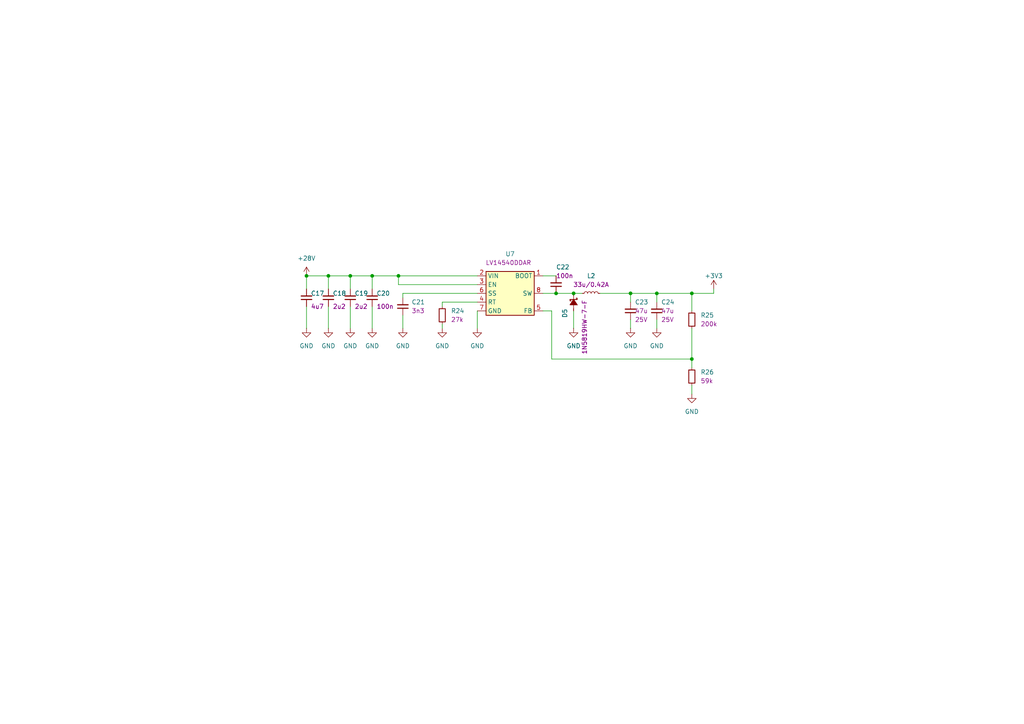
<source format=kicad_sch>
(kicad_sch (version 20230121) (generator eeschema)
  (paper "A4")
  (lib_symbols
    (symbol "antmicroCapacitors0402:C_3n3_0402" (pin_numbers hide) (pin_names hide)
      (property "Reference" "C" (at 20.32 -5.08 0))
      (property "Val" "3n3" (at 20.32 -7.62 0))
      (symbol "C_3n3_0402_0_1"
        (polyline (pts (xy 2.032 -1.524) (xy 2.032 1.524)) (stroke (width 0.3048)))
        (polyline (pts (xy 3.048 -1.524) (xy 3.048 1.524)) (stroke (width 0.3302)))
      )
      (symbol "C_3n3_0402_1_1"
        (pin passive line (at 0 0 0) (length 2.032) (name "~") (number "1"))
        (pin passive line (at 5.08 0 180) (length 2.032) (name "~") (number "2"))
      )
    )
    (symbol "antmicroCapacitors0603:C_100n_100V_X7R_0603" (pin_numbers hide) (pin_names hide)
      (property "Reference" "C" (at 15.24 -5.08 0))
      (property "Val" "100n" (at 15.24 -7.62 0))
      (symbol "C_100n_100V_X7R_0603_0_1"
        (polyline (pts (xy 2.032 -1.524) (xy 2.032 1.524)) (stroke (width 0.3048)))
        (polyline (pts (xy 3.048 -1.524) (xy 3.048 1.524)) (stroke (width 0.3302)))
      )
      (symbol "C_100n_100V_X7R_0603_1_1"
        (pin passive line (at 0 0 0) (length 2.032) (name "~") (number "1"))
        (pin passive line (at 5.08 0 180) (length 2.032) (name "~") (number "2"))
      )
    )
    (symbol "antmicroCapacitorsmisc:C_2u2_1210" (pin_numbers hide) (pin_names hide)
      (property "Reference" "C" (at 20.32 -5.08 0))
      (property "Val" "2u2" (at 20.32 -7.62 0))
      (symbol "C_2u2_1210_0_1"
        (polyline (pts (xy 2.032 -1.524) (xy 2.032 1.524)) (stroke (width 0.3048)))
        (polyline (pts (xy 3.048 -1.524) (xy 3.048 1.524)) (stroke (width 0.3302)))
      )
      (symbol "C_2u2_1210_1_1"
        (pin passive line (at 0 0 0) (length 2.032) (name "~") (number "1"))
        (pin passive line (at 5.08 0 180) (length 2.032) (name "~") (number "2"))
      )
    )
    (symbol "antmicroCapacitorsmisc:C_47u_25V_1206" (pin_numbers hide) (pin_names hide)
      (property "Reference" "C" (at 15.24 -5.08 0))
      (property "Val" "47u" (at 15.24 -7.62 0))
      (property "Voltage" "25V" (at 15.24 -10.16 0))
      (symbol "C_47u_25V_1206_0_1"
        (polyline (pts (xy 2.032 -1.524) (xy 2.032 1.524)) (stroke (width 0.3048)))
        (polyline (pts (xy 3.048 -1.524) (xy 3.048 1.524)) (stroke (width 0.3302)))
      )
      (symbol "C_47u_25V_1206_1_1"
        (pin passive line (at 0 0 0) (length 2.032) (name "~") (number "1"))
        (pin passive line (at 5.08 0 180) (length 2.032) (name "~") (number "2"))
      )
    )
    (symbol "antmicroCapacitorsmisc:C_4u7_1210_100V" (pin_numbers hide) (pin_names hide)
      (property "Reference" "C" (at 20.32 -5.08 0))
      (property "Val" "4u7" (at 20.32 -7.62 0))
      (symbol "C_4u7_1210_100V_0_1"
        (polyline (pts (xy 2.032 -1.524) (xy 2.032 1.524)) (stroke (width 0.3048)))
        (polyline (pts (xy 3.048 -1.524) (xy 3.048 1.524)) (stroke (width 0.3302)))
      )
      (symbol "C_4u7_1210_100V_1_1"
        (pin passive line (at 0 0 0) (length 2.032) (name "~") (number "1"))
        (pin passive line (at 5.08 0 180) (length 2.032) (name "~") (number "2"))
      )
    )
    (symbol "antmicroDCDCConverters:LV14540DDAR"
      (property "Reference" "U" (at 33.02 -5.08 0))
      (property "MPN" "LV14540DDAR " (at 33.02 -7.62 0))
      (symbol "LV14540DDAR_1_1"
        (rectangle (start 2.54 1.27) (end 16.51 -11.43) (stroke (width 0.254)) (fill (type background)))
        (pin input line (at 19.05 0 180) (length 2.54) (name "BOOT") (number "1"))
        (pin power_in line (at 0 0 0) (length 2.54) (name "VIN") (number "2"))
        (pin input line (at 0 -2.54 0) (length 2.54) (name "EN") (number "3"))
        (pin input line (at 0 -7.62 0) (length 2.54) (name "RT") (number "4"))
        (pin input line (at 19.05 -10.16 180) (length 2.54) (name "FB") (number "5"))
        (pin input line (at 0 -5.08 0) (length 2.54) (name "SS") (number "6"))
        (pin power_in line (at 0 -10.16 0) (length 2.54) (name "GND") (number "7"))
        (pin power_out line (at 19.05 -5.08 180) (length 2.54) (name "SW") (number "8"))
        (pin passive line (at 0 -10.16 0) (length 2.54) hide (name "GND") (number "9"))
      )
    )
    (symbol "antmicroDiodesRectifiersSingle:1N5819HW-7-F" (pin_numbers hide) (pin_names hide)
      (property "Reference" "D" (at 22.86 -5.08 0))
      (property "MPN" "1N5819HW-7-F" (at 22.86 -7.62 0))
      (symbol "1N5819HW-7-F_0_1"
        (polyline (pts (xy 1.905 0) (xy 0.635 0)))
        (polyline (pts (xy 4.445 0) (xy 3.175 0)))
      )
      (symbol "1N5819HW-7-F_1_1"
        (polyline (pts (xy 1.778 1.016) (xy 1.778 -1.016)) (stroke (width 0.254)))
        (polyline (pts (xy 1.778 -1.016) (xy 2.159 -1.016) (xy 2.159 -0.762)) (stroke (width 0.254)))
        (polyline (pts (xy 1.778 1.016) (xy 1.397 1.016) (xy 1.397 0.762)) (stroke (width 0.254)))
        (polyline (pts (xy 3.302 1.016) (xy 3.302 -1.016) (xy 1.778 0) (xy 3.302 1.016)) (stroke (width 0.254)) (fill (type outline)))
        (pin passive line (at 0 0 0) (length 0.635) (name "C") (number "1"))
        (pin passive line (at 5.08 0 180) (length 0.635) (name "A") (number "2"))
      )
    )
    (symbol "antmicroFixedInductors:L_33u_0.42A_WE-TPC-3816" (pin_numbers hide) (pin_names hide)
      (property "Reference" "L" (at 13.97 0 0))
      (property "Val" "33u/0.42A" (at 13.97 -5.08 0))
      (symbol "L_33u_0.42A_WE-TPC-3816_0_1"
        (arc (start 1.524 0) (mid 1.016 0.5058) (end 0.508 0))
        (arc (start 2.54 0) (mid 2.032 0.5058) (end 1.524 0))
        (arc (start 3.556 0) (mid 3.048 0.5058) (end 2.54 0))
        (arc (start 4.572 0) (mid 4.064 0.5058) (end 3.556 0))
      )
      (symbol "L_33u_0.42A_WE-TPC-3816_1_1"
        (pin passive line (at 0 0 0) (length 0.508) (name "~") (number "1"))
        (pin passive line (at 5.08 0 180) (length 0.508) (name "~") (number "2"))
      )
    )
    (symbol "antmicroResistors0402:R_200k_0402" (pin_numbers hide) (pin_names hide)
      (property "Reference" "R" (at 20.32 -5.08 0))
      (property "Val" "200k" (at 20.32 -7.62 0))
      (symbol "R_200k_0402_0_1"
        (rectangle (start 0.635 0.889) (end 4.445 -0.889) (stroke (width 0.254)))
      )
      (symbol "R_200k_0402_1_1"
        (pin passive line (at 0 0 0) (length 0.635) (name "~") (number "1"))
        (pin passive line (at 5.08 0 180) (length 0.635) (name "~") (number "2"))
      )
    )
    (symbol "antmicroResistors0402:R_27k_0402" (pin_numbers hide) (pin_names hide)
      (property "Reference" "R" (at 20.32 -5.08 0))
      (property "Val" "27k" (at 20.32 -7.62 0))
      (symbol "R_27k_0402_0_1"
        (rectangle (start 0.635 0.889) (end 4.445 -0.889) (stroke (width 0.254)))
      )
      (symbol "R_27k_0402_1_1"
        (pin passive line (at 0 0 0) (length 0.635) (name "~") (number "1"))
        (pin passive line (at 5.08 0 180) (length 0.635) (name "~") (number "2"))
      )
    )
    (symbol "antmicroResistors0402:R_59k_0402" (pin_numbers hide) (pin_names hide)
      (property "Reference" "R" (at 20.32 -5.08 0))
      (property "Val" "59k" (at 20.32 -7.62 0))
      (symbol "R_59k_0402_0_1"
        (rectangle (start 0.635 0.889) (end 4.445 -0.889) (stroke (width 0.254)))
      )
      (symbol "R_59k_0402_1_1"
        (pin passive line (at 0 0 0) (length 0.635) (name "~") (number "1"))
        (pin passive line (at 5.08 0 180) (length 0.635) (name "~") (number "2"))
      )
    )
    (symbol "antmicropower:+28V" (power) (pin_names (offset 0))
      (property "Value" "+28V" (at 0 3.81 0))
      (symbol "+28V_0_1"
        (polyline (pts (xy -0.762 1.27) (xy 0 2.54)))
        (polyline (pts (xy 0 0) (xy 0 2.54)))
        (polyline (pts (xy 0 2.54) (xy 0.762 1.27)))
      )
      (symbol "+28V_1_1"
        (pin power_in line (at 0 0 90) (length 0) hide (name "+28V") (number "1"))
      )
    )
    (symbol "antmicropower:+3V3" (power) (pin_numbers hide) (pin_names hide)
      (property "Value" "+3V3" (at -3.175 2.54 0))
      (symbol "+3V3_0_1"
        (polyline (pts (xy 0 0) (xy 0 2.54)))
        (polyline (pts (xy 0 2.54) (xy -0.762 1.27)))
        (polyline (pts (xy 0 2.54) (xy 0.762 1.27)))
      )
      (symbol "+3V3_1_1"
        (pin power_in line (at 0 0 90) (length 0) hide (name "+3V3") (number "1"))
      )
    )
    (symbol "antmicropower:GND" (power) (pin_numbers hide) (pin_names hide)
      (property "Value" "GND" (at 8.89 -5.08 0))
      (symbol "GND_1_1"
        (polyline (pts (xy 0 0) (xy 0 -1.27) (xy 1.27 -1.27) (xy 0 -2.54) (xy -1.27 -1.27) (xy 0 -1.27)))
        (pin power_in line (at 0 0 270) (length 0) (name "GND") (number "1"))
      )
    )
  )
  (junction (at 107.95 80.01))
  (junction (at 115.57 80.01))
  (junction (at 101.6 80.01))
  (junction (at 190.5 85.09))
  (junction (at 166.37 85.09))
  (junction (at 95.25 80.01))
  (junction (at 161.29 85.09))
  (junction (at 200.66 85.09))
  (junction (at 182.88 85.09))
  (junction (at 88.9 80.01))
  (junction (at 200.66 104.14))
  (wire (pts (xy 138.43 95.25) (xy 138.43 90.17)))
  (wire (pts (xy 138.43 82.55) (xy 115.57 82.55)))
  (wire (pts (xy 190.5 92.71) (xy 190.5 95.25)))
  (wire (pts (xy 161.29 85.09) (xy 166.37 85.09)))
  (wire (pts (xy 115.57 82.55) (xy 115.57 80.01)))
  (wire (pts (xy 200.66 111.76) (xy 200.66 114.3)))
  (wire (pts (xy 200.66 104.14) (xy 200.66 106.68)))
  (wire (pts (xy 107.95 80.01) (xy 115.57 80.01)))
  (wire (pts (xy 166.37 85.09) (xy 168.91 85.09)))
  (wire (pts (xy 95.25 83.82) (xy 95.25 80.01)))
  (wire (pts (xy 190.5 85.09) (xy 190.5 87.63)))
  (wire (pts (xy 116.84 86.36) (xy 116.84 85.09)))
  (wire (pts (xy 95.25 80.01) (xy 101.6 80.01)))
  (wire (pts (xy 173.99 85.09) (xy 182.88 85.09)))
  (wire (pts (xy 107.95 83.82) (xy 107.95 80.01)))
  (wire (pts (xy 157.48 80.01) (xy 161.29 80.01)))
  (wire (pts (xy 128.27 87.63) (xy 138.43 87.63)))
  (wire (pts (xy 182.88 85.09) (xy 182.88 87.63)))
  (wire (pts (xy 207.01 83.82) (xy 207.01 85.09)))
  (wire (pts (xy 200.66 85.09) (xy 200.66 90.17)))
  (wire (pts (xy 182.88 85.09) (xy 190.5 85.09)))
  (wire (pts (xy 160.02 90.17) (xy 160.02 104.14)))
  (wire (pts (xy 107.95 88.9) (xy 107.95 95.25)))
  (wire (pts (xy 88.9 80.01) (xy 95.25 80.01)))
  (wire (pts (xy 116.84 85.09) (xy 138.43 85.09)))
  (wire (pts (xy 166.37 90.17) (xy 166.37 95.25)))
  (wire (pts (xy 88.9 88.9) (xy 88.9 95.25)))
  (wire (pts (xy 115.57 80.01) (xy 138.43 80.01)))
  (wire (pts (xy 182.88 92.71) (xy 182.88 95.25)))
  (wire (pts (xy 190.5 85.09) (xy 200.66 85.09)))
  (wire (pts (xy 160.02 104.14) (xy 200.66 104.14)))
  (wire (pts (xy 101.6 88.9) (xy 101.6 95.25)))
  (wire (pts (xy 157.48 85.09) (xy 161.29 85.09)))
  (wire (pts (xy 116.84 95.25) (xy 116.84 91.44)))
  (wire (pts (xy 128.27 88.9) (xy 128.27 87.63)))
  (wire (pts (xy 101.6 83.82) (xy 101.6 80.01)))
  (wire (pts (xy 157.48 90.17) (xy 160.02 90.17)))
  (wire (pts (xy 128.27 95.25) (xy 128.27 93.98)))
  (wire (pts (xy 88.9 83.82) (xy 88.9 80.01)))
  (wire (pts (xy 200.66 95.25) (xy 200.66 104.14)))
  (wire (pts (xy 207.01 85.09) (xy 200.66 85.09)))
  (wire (pts (xy 95.25 88.9) (xy 95.25 95.25)))
  (wire (pts (xy 101.6 80.01) (xy 107.95 80.01)))
  (symbol (lib_id "antmicroCapacitors0603:C_100n_100V_X7R_0603") (at 107.95 88.9 90) (unit 1)
    (property "Reference" "C20" (at 109.22 85.09 90) (effects (justify right)))
    (property "Value" "C_100n_100V_X7R_0603" (effects hide))
    (property "Footprint" "antmicro-footprints:C_0603_1608Metric" (effects hide))
    (property "Datasheet" "https://www.kemet.com/en/us/capacitors/product/C0603C104J1RACTU.html" (effects hide))
    (property "MPN" "C0603C104J1RACTU" (effects hide))
    (property "Val" "100n" (at 109.22 88.9 90) (effects (justify right)))
    (property "Voltage" "100V" (effects hide))
    (property "Dielectric" "X7R" (effects hide))
    (property "Manufacturer" "KEMET" (effects hide))
    (property "License" "Apache-2.0" (effects hide))
    (property "Author" "Antmicro" (effects hide))
  )
  (symbol (lib_id "antmicroDCDCConverters:LV14540DDAR") (at 138.43 80.01 0) (unit 1)
    (property "Reference" "U7" (at 147.955 73.66 0))
    (property "Value" "LV14540DDAR" (effects hide))
    (property "Footprint" "antmicro-footprints:SOIC-8-1EP_3.9x4.9x1.75mm_P1.27mm_EP_vias" (effects hide))
    (property "Datasheet" "https://www.ti.com/lit/ds/symlink/lv14540.pdf?ts=1711947439079&ref_url=https%253A%252F%252Fwww.ti.com%252Fproduct%252FLV14540%253FkeyMatch%253DLV14540%2526tisearch%253Dsearch-everything%2526usecase%253DGPN" (effects hide))
    (property "MPN" "LV14540DDAR " (at 147.955 76.2 0))
    (property "Manufacturer" "Texas Instruments" (effects hide))
    (property "Author" "Antmicro" (effects hide))
    (property "License" "Apache-2.0" (effects hide))
  )
  (symbol (lib_id "antmicroCapacitorsmisc:C_4u7_1210_100V") (at 88.9 88.9 90) (unit 1)
    (property "Reference" "C17" (at 90.17 85.09 90) (effects (justify right)))
    (property "Value" "C_4u7_1210_100V" (effects hide))
    (property "Footprint" "antmicro-footprints:C_1210_3225Metric" (effects hide))
    (property "Datasheet" "https://product.tdk.com/en/search/capacitor/ceramic/mlcc/info?part_no=CGA6M3X7S2A475K200AB" (effects hide))
    (property "MPN" "CGA6M3X7S2A475K200AB" (effects hide))
    (property "Manufacturer" "TDK" (effects hide))
    (property "License" "Apache-2.0" (effects hide))
    (property "Author" "Antmicro" (effects hide))
    (property "Val" "4u7" (at 90.17 88.9 90) (effects (justify right)))
    (property "Voltage" "100V" (effects hide))
  )
  (symbol (lib_id "antmicroResistors0402:R_200k_0402") (at 200.66 95.25 90) (unit 1)
    (property "Reference" "R25" (at 203.2 91.44 90) (effects (justify right)))
    (property "Value" "R_200k_0402" (effects hide))
    (property "Footprint" "antmicro-footprints:R_0402_1005Metric" (effects hide))
    (property "Datasheet" "https://www.bourns.com/docs/product-datasheets/cr.pdf" (effects hide))
    (property "MPN" "CR0402-FX-2003GLF" (effects hide))
    (property "Manufacturer" "Bourns" (effects hide))
    (property "License" "Apache-2.0" (effects hide))
    (property "Author" "Antmicro" (effects hide))
    (property "Val" "200k" (at 203.2 93.98 90) (effects (justify right)))
    (property "Tolerance" "1%" (effects hide))
  )
  (symbol (lib_id "antmicroResistors0402:R_27k_0402") (at 128.27 93.98 90) (unit 1)
    (property "Reference" "R24" (at 130.81 90.17 90) (effects (justify right)))
    (property "Value" "R_27k_0402" (effects hide))
    (property "Footprint" "antmicro-footprints:R_0402_1005Metric" (effects hide))
    (property "Datasheet" "https://www.bourns.com/docs/product-datasheets/cr.pdf" (effects hide))
    (property "MPN" "CR0402-FX-2702GLF" (effects hide))
    (property "Manufacturer" "Bourns" (effects hide))
    (property "License" "Apache-2.0" (effects hide))
    (property "Author" "Antmicro" (effects hide))
    (property "Val" "27k" (at 130.81 92.71 90) (effects (justify right)))
    (property "Tolerance" "1%" (effects hide))
  )
  (symbol (lib_id "antmicropower:GND") (at 190.5 95.25 0) (unit 1)
    (property "Reference" "#PWR045" (effects hide))
    (property "Value" "GND" (at 190.5 100.33 0))
    (property "Author" "Antmicro" (effects hide))
    (property "License" "Apache-2.0" (effects hide))
  )
  (symbol (lib_id "antmicropower:GND") (at 101.6 95.25 0) (unit 1)
    (property "Reference" "#PWR038" (effects hide))
    (property "Value" "GND" (at 101.6 100.33 0))
    (property "Author" "Antmicro" (effects hide))
    (property "License" "Apache-2.0" (effects hide))
  )
  (symbol (lib_id "antmicropower:GND") (at 128.27 95.25 0) (unit 1)
    (property "Reference" "#PWR041" (effects hide))
    (property "Value" "GND" (at 128.27 100.33 0))
    (property "Author" "Antmicro" (effects hide))
    (property "License" "Apache-2.0" (effects hide))
  )
  (symbol (lib_id "antmicropower:+28V") (at 88.9 80.01 0) (unit 1)
    (property "Reference" "#PWR035" (effects hide))
    (property "Value" "+28V" (at 88.9 74.93 0))
  )
  (symbol (lib_id "antmicropower:GND") (at 138.43 95.25 0) (unit 1)
    (property "Reference" "#PWR042" (effects hide))
    (property "Value" "GND" (at 138.43 100.33 0))
    (property "Author" "Antmicro" (effects hide))
    (property "License" "Apache-2.0" (effects hide))
  )
  (symbol (lib_id "antmicroFixedInductors:L_33u_0.42A_WE-TPC-3816") (at 168.91 85.09 0) (unit 1)
    (property "Reference" "L2" (at 171.45 80.01 0))
    (property "Value" "L_33u_0.42A_WE-TPC-3816" (effects hide))
    (property "Footprint" "antmicro-footprints:L_WE-TPC-3816" (effects hide))
    (property "Datasheet" "https://www.we-online.com/components/products/datasheet/744031330.pdf" (effects hide))
    (property "Val" "33u/0.42A" (at 171.45 82.55 0))
    (property "Manufacturer" "Würth Elektronik" (effects hide))
    (property "MPN" "744031330" (effects hide))
    (property "ISat" "0.32 A" (effects hide))
    (property "IMax" "0.42 A" (effects hide))
    (property "Size" "3.8x3.8" (effects hide))
    (property "Author" "Antmicro" (effects hide))
    (property "License" "Apache-2.0" (effects hide))
  )
  (symbol (lib_id "antmicroCapacitors0603:C_100n_100V_X7R_0603") (at 161.29 85.09 90) (unit 1)
    (property "Reference" "C22" (at 161.29 77.47 90) (effects (justify right)))
    (property "Value" "C_100n_100V_X7R_0603" (effects hide))
    (property "Footprint" "antmicro-footprints:C_0603_1608Metric" (effects hide))
    (property "Datasheet" "https://www.kemet.com/en/us/capacitors/product/C0603C104J1RACTU.html" (effects hide))
    (property "MPN" "C0603C104J1RACTU" (effects hide))
    (property "Val" "100n" (at 161.29 80.01 90) (effects (justify right)))
    (property "Voltage" "100V" (effects hide))
    (property "Dielectric" "X7R" (effects hide))
    (property "Manufacturer" "KEMET" (effects hide))
    (property "License" "Apache-2.0" (effects hide))
    (property "Author" "Antmicro" (effects hide))
  )
  (symbol (lib_id "antmicropower:GND") (at 166.37 95.25 0) (unit 1)
    (property "Reference" "#PWR043" (effects hide))
    (property "Value" "GND" (at 166.37 100.33 0))
    (property "Author" "Antmicro" (effects hide))
    (property "License" "Apache-2.0" (effects hide))
  )
  (symbol (lib_id "antmicroDiodesRectifiersSingle:1N5819HW-7-F") (at 166.37 85.09 270) (unit 1)
    (property "Reference" "D5" (at 163.83 89.535 0) (effects (justify left)))
    (property "Value" "1N5819HW-7-F" (effects hide))
    (property "Footprint" "antmicro-footprints:D_SOD-123" (effects hide))
    (property "Datasheet" "https://www.diodes.com/assets/Datasheets/ds30217.pdf" (effects hide))
    (property "MPN" "1N5819HW-7-F" (at 169.545 86.995 0) (effects (justify left)))
    (property "Manufacturer" "Diodes Incorporated" (effects hide))
    (property "Author" "Antmicro" (effects hide))
    (property "License" "Apache-2.0" (effects hide))
  )
  (symbol (lib_id "antmicropower:GND") (at 182.88 95.25 0) (unit 1)
    (property "Reference" "#PWR044" (effects hide))
    (property "Value" "GND" (at 182.88 100.33 0))
    (property "Author" "Antmicro" (effects hide))
    (property "License" "Apache-2.0" (effects hide))
  )
  (symbol (lib_id "antmicroResistors0402:R_59k_0402") (at 200.66 111.76 90) (unit 1)
    (property "Reference" "R26" (at 203.2 107.95 90) (effects (justify right)))
    (property "Value" "R_59k_0402" (effects hide))
    (property "Footprint" "antmicro-footprints:R_0402_1005Metric" (effects hide))
    (property "Datasheet" "https://www.bourns.com/docs/product-datasheets/cr.pdf" (effects hide))
    (property "MPN" "CR0402-FX-5902GLF" (effects hide))
    (property "Manufacturer" "Bourns" (effects hide))
    (property "License" "Apache-2.0" (effects hide))
    (property "Author" "Antmicro" (effects hide))
    (property "Val" "59k" (at 203.2 110.49 90) (effects (justify right)))
    (property "Tolerance" "1%" (effects hide))
  )
  (symbol (lib_id "antmicroCapacitorsmisc:C_2u2_1210") (at 101.6 88.9 90) (unit 1)
    (property "Reference" "C19" (at 102.87 85.09 90) (effects (justify right)))
    (property "Value" "C_2u2_1210" (effects hide))
    (property "Footprint" "antmicro-footprints:C_1210_3225Metric" (effects hide))
    (property "Datasheet" "https://product.tdk.com/en/search/capacitor/ceramic/mlcc/info?part_no=C3225X7R2A225K230AB" (effects hide))
    (property "MPN" "C3225X7R2A225K230AB" (effects hide))
    (property "Manufacturer" "TDK" (effects hide))
    (property "License" "Apache-2.0" (effects hide))
    (property "Author" "Antmicro" (effects hide))
    (property "Val" "2u2" (at 102.87 88.9 90) (effects (justify right)))
  )
  (symbol (lib_id "antmicropower:GND") (at 107.95 95.25 0) (unit 1)
    (property "Reference" "#PWR039" (effects hide))
    (property "Value" "GND" (at 107.95 100.33 0))
    (property "Author" "Antmicro" (effects hide))
    (property "License" "Apache-2.0" (effects hide))
  )
  (symbol (lib_id "antmicroCapacitors0402:C_3n3_0402") (at 116.84 91.44 90) (unit 1)
    (property "Reference" "C21" (at 119.38 87.6236 90) (effects (justify right)))
    (property "Value" "C_3n3_0402" (effects hide))
    (property "Footprint" "antmicro-footprints:C_0402_1005Metric" (effects hide))
    (property "Datasheet" "https://www.kemet.com/en/us/capacitors/product/C0402C332K5RAC.html" (effects hide))
    (property "MPN" "C0402C332K5RAC" (effects hide))
    (property "Manufacturer" "KEMET" (effects hide))
    (property "License" "Apache-2.0" (effects hide))
    (property "Author" "Antmicro" (effects hide))
    (property "Val" "3n3" (at 119.38 90.1636 90) (effects (justify right)))
    (property "Voltage" "50V" (effects hide))
    (property "Dielectric" "X7R" (effects hide))
  )
  (symbol (lib_id "antmicropower:GND") (at 116.84 95.25 0) (unit 1)
    (property "Reference" "#PWR040" (effects hide))
    (property "Value" "GND" (at 116.84 100.33 0))
    (property "Author" "Antmicro" (effects hide))
    (property "License" "Apache-2.0" (effects hide))
  )
  (symbol (lib_id "antmicropower:GND") (at 95.25 95.25 0) (unit 1)
    (property "Reference" "#PWR037" (effects hide))
    (property "Value" "GND" (at 95.25 100.33 0))
    (property "Author" "Antmicro" (effects hide))
    (property "License" "Apache-2.0" (effects hide))
  )
  (symbol (lib_id "antmicroCapacitorsmisc:C_47u_25V_1206") (at 182.88 92.71 90) (unit 1)
    (property "Reference" "C23" (at 184.15 87.63 90) (effects (justify right)))
    (property "Value" "C_47u_25V_1206" (effects hide))
    (property "Footprint" "antmicro-footprints:C_1206_3216Metric" (effects hide))
    (property "Datasheet" "https://product.tdk.com/en/search/capacitor/ceramic/mlcc/info?part_no=C3216X5R1E476M160AC" (effects hide))
    (property "MPN" "C3216X5R1E476M160AC" (effects hide))
    (property "Val" "47u" (at 184.15 90.17 90) (effects (justify right)))
    (property "Dielectric" "X5R" (effects hide))
    (property "Voltage" "25V" (at 184.15 92.71 90) (effects (justify right)))
    (property "Manufacturer" "TDK" (effects hide))
    (property "Author" "Antmicro" (effects hide))
    (property "License" "Apache-2.0" (effects hide))
  )
  (symbol (lib_id "antmicropower:GND") (at 200.66 114.3 0) (unit 1)
    (property "Reference" "#PWR047" (effects hide))
    (property "Value" "GND" (at 200.66 119.38 0))
    (property "Author" "Antmicro" (effects hide))
    (property "License" "Apache-2.0" (effects hide))
  )
  (symbol (lib_id "antmicropower:+3V3") (at 207.01 83.82 0) (unit 1)
    (property "Reference" "#PWR048" (effects hide))
    (property "Value" "+3V3" (at 207.01 80.01 0))
    (property "Author" "Antmicro" (effects hide))
    (property "License" "Apache-2.0" (effects hide))
  )
  (symbol (lib_id "antmicroCapacitorsmisc:C_47u_25V_1206") (at 190.5 92.71 90) (unit 1)
    (property "Reference" "C24" (at 191.77 87.63 90) (effects (justify right)))
    (property "Value" "C_47u_25V_1206" (effects hide))
    (property "Footprint" "antmicro-footprints:C_1206_3216Metric" (effects hide))
    (property "Datasheet" "https://product.tdk.com/en/search/capacitor/ceramic/mlcc/info?part_no=C3216X5R1E476M160AC" (effects hide))
    (property "MPN" "C3216X5R1E476M160AC" (effects hide))
    (property "Val" "47u" (at 191.77 90.17 90) (effects (justify right)))
    (property "Dielectric" "X5R" (effects hide))
    (property "Voltage" "25V" (at 191.77 92.71 90) (effects (justify right)))
    (property "Manufacturer" "TDK" (effects hide))
    (property "Author" "Antmicro" (effects hide))
    (property "License" "Apache-2.0" (effects hide))
  )
  (symbol (lib_id "antmicropower:GND") (at 88.9 95.25 0) (unit 1)
    (property "Reference" "#PWR036" (effects hide))
    (property "Value" "GND" (at 88.9 100.33 0))
    (property "Author" "Antmicro" (effects hide))
    (property "License" "Apache-2.0" (effects hide))
  )
  (symbol (lib_id "antmicroCapacitorsmisc:C_2u2_1210") (at 95.25 88.9 90) (unit 1)
    (property "Reference" "C18" (at 96.52 85.09 90) (effects (justify right)))
    (property "Value" "C_2u2_1210" (effects hide))
    (property "Footprint" "antmicro-footprints:C_1210_3225Metric" (effects hide))
    (property "Datasheet" "https://product.tdk.com/en/search/capacitor/ceramic/mlcc/info?part_no=C3225X7R2A225K230AB" (effects hide))
    (property "MPN" "C3225X7R2A225K230AB" (effects hide))
    (property "Manufacturer" "TDK" (effects hide))
    (property "License" "Apache-2.0" (effects hide))
    (property "Author" "Antmicro" (effects hide))
    (property "Val" "2u2" (at 96.52 88.9 90) (effects (justify right)))
  )
)
</source>
